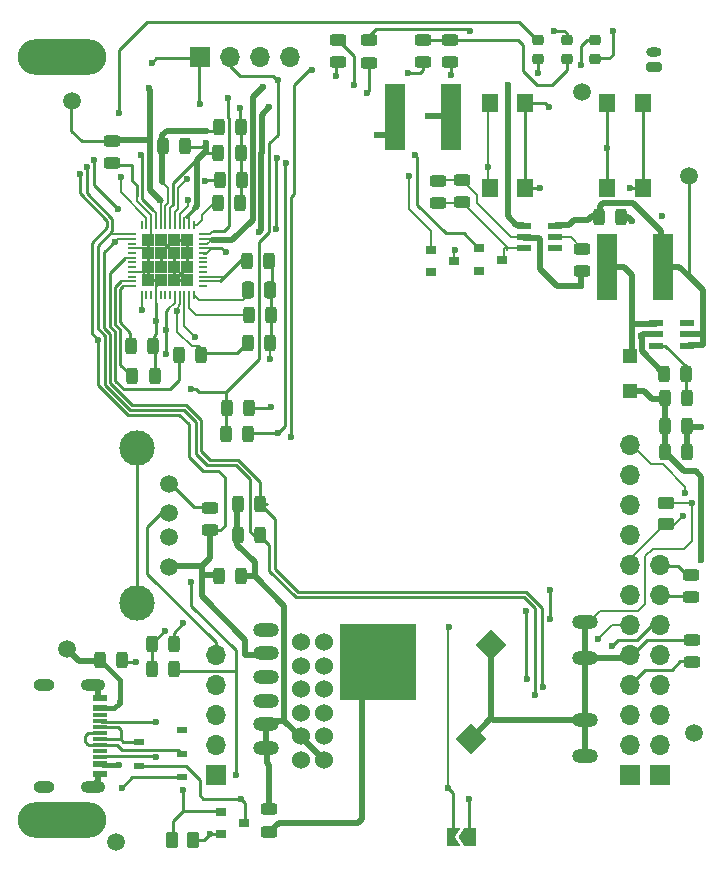
<source format=gbr>
G04 #@! TF.GenerationSoftware,KiCad,Pcbnew,(5.99.0-10509-g065f85b504)*
G04 #@! TF.CreationDate,2021-07-11T16:30:22-06:00*
G04 #@! TF.ProjectId,HAT_ver_7,4841545f-7665-4725-9f37-2e6b69636164,7.0.6*
G04 #@! TF.SameCoordinates,Original*
G04 #@! TF.FileFunction,Copper,L1,Top*
G04 #@! TF.FilePolarity,Positive*
%FSLAX46Y46*%
G04 Gerber Fmt 4.6, Leading zero omitted, Abs format (unit mm)*
G04 Created by KiCad (PCBNEW (5.99.0-10509-g065f85b504)) date 2021-07-11 16:30:22*
%MOMM*%
%LPD*%
G01*
G04 APERTURE LIST*
G04 Aperture macros list*
%AMRoundRect*
0 Rectangle with rounded corners*
0 $1 Rounding radius*
0 $2 $3 $4 $5 $6 $7 $8 $9 X,Y pos of 4 corners*
0 Add a 4 corners polygon primitive as box body*
4,1,4,$2,$3,$4,$5,$6,$7,$8,$9,$2,$3,0*
0 Add four circle primitives for the rounded corners*
1,1,$1+$1,$2,$3*
1,1,$1+$1,$4,$5*
1,1,$1+$1,$6,$7*
1,1,$1+$1,$8,$9*
0 Add four rect primitives between the rounded corners*
20,1,$1+$1,$2,$3,$4,$5,0*
20,1,$1+$1,$4,$5,$6,$7,0*
20,1,$1+$1,$6,$7,$8,$9,0*
20,1,$1+$1,$8,$9,$2,$3,0*%
%AMRotRect*
0 Rectangle, with rotation*
0 The origin of the aperture is its center*
0 $1 length*
0 $2 width*
0 $3 Rotation angle, in degrees counterclockwise*
0 Add horizontal line*
21,1,$1,$2,0,0,$3*%
%AMFreePoly0*
4,1,6,1.000000,0.000000,0.500000,-0.750000,-0.500000,-0.750000,-0.500000,0.750000,0.500000,0.750000,1.000000,0.000000,1.000000,0.000000,$1*%
%AMFreePoly1*
4,1,6,0.500000,-0.750000,-0.650000,-0.750000,-0.150000,0.000000,-0.650000,0.750000,0.500000,0.750000,0.500000,-0.750000,0.500000,-0.750000,$1*%
G04 Aperture macros list end*
G04 #@! TA.AperFunction,SMDPad,CuDef*
%ADD10R,1.400000X1.600000*%
G04 #@! TD*
G04 #@! TA.AperFunction,SMDPad,CuDef*
%ADD11R,1.200000X0.600000*%
G04 #@! TD*
G04 #@! TA.AperFunction,SMDPad,CuDef*
%ADD12RoundRect,0.243750X-0.456250X0.243750X-0.456250X-0.243750X0.456250X-0.243750X0.456250X0.243750X0*%
G04 #@! TD*
G04 #@! TA.AperFunction,SMDPad,CuDef*
%ADD13R,1.800000X5.700000*%
G04 #@! TD*
G04 #@! TA.AperFunction,SMDPad,CuDef*
%ADD14R,1.220000X1.250000*%
G04 #@! TD*
G04 #@! TA.AperFunction,SMDPad,CuDef*
%ADD15R,0.800000X0.200000*%
G04 #@! TD*
G04 #@! TA.AperFunction,SMDPad,CuDef*
%ADD16R,0.200000X0.800000*%
G04 #@! TD*
G04 #@! TA.AperFunction,SMDPad,CuDef*
%ADD17R,1.112500X1.112500*%
G04 #@! TD*
G04 #@! TA.AperFunction,ComponentPad*
%ADD18C,1.501140*%
G04 #@! TD*
G04 #@! TA.AperFunction,ComponentPad*
%ADD19C,2.999740*%
G04 #@! TD*
G04 #@! TA.AperFunction,ComponentPad*
%ADD20R,1.700000X1.700000*%
G04 #@! TD*
G04 #@! TA.AperFunction,ComponentPad*
%ADD21O,1.700000X1.700000*%
G04 #@! TD*
G04 #@! TA.AperFunction,ComponentPad*
%ADD22RoundRect,0.200000X-0.450000X0.200000X-0.450000X-0.200000X0.450000X-0.200000X0.450000X0.200000X0*%
G04 #@! TD*
G04 #@! TA.AperFunction,ComponentPad*
%ADD23O,1.300000X0.800000*%
G04 #@! TD*
G04 #@! TA.AperFunction,SMDPad,CuDef*
%ADD24RoundRect,0.243750X0.243750X0.456250X-0.243750X0.456250X-0.243750X-0.456250X0.243750X-0.456250X0*%
G04 #@! TD*
G04 #@! TA.AperFunction,SMDPad,CuDef*
%ADD25RoundRect,0.243750X0.456250X-0.243750X0.456250X0.243750X-0.456250X0.243750X-0.456250X-0.243750X0*%
G04 #@! TD*
G04 #@! TA.AperFunction,SMDPad,CuDef*
%ADD26R,0.900000X0.800000*%
G04 #@! TD*
G04 #@! TA.AperFunction,ComponentPad*
%ADD27C,1.500000*%
G04 #@! TD*
G04 #@! TA.AperFunction,SMDPad,CuDef*
%ADD28RoundRect,0.243750X-0.243750X-0.456250X0.243750X-0.456250X0.243750X0.456250X-0.243750X0.456250X0*%
G04 #@! TD*
G04 #@! TA.AperFunction,SMDPad,CuDef*
%ADD29RoundRect,0.218750X-0.256250X0.218750X-0.256250X-0.218750X0.256250X-0.218750X0.256250X0.218750X0*%
G04 #@! TD*
G04 #@! TA.AperFunction,ComponentPad*
%ADD30O,2.200000X1.200000*%
G04 #@! TD*
G04 #@! TA.AperFunction,ComponentPad*
%ADD31R,6.400000X6.400000*%
G04 #@! TD*
G04 #@! TA.AperFunction,ComponentPad*
%ADD32RotRect,1.800000X1.800000X315.000000*%
G04 #@! TD*
G04 #@! TA.AperFunction,SMDPad,CuDef*
%ADD33RoundRect,0.250000X-0.262500X-0.450000X0.262500X-0.450000X0.262500X0.450000X-0.262500X0.450000X0*%
G04 #@! TD*
G04 #@! TA.AperFunction,ComponentPad*
%ADD34O,7.500000X3.000000*%
G04 #@! TD*
G04 #@! TA.AperFunction,ComponentPad*
%ADD35C,1.524000*%
G04 #@! TD*
G04 #@! TA.AperFunction,SMDPad,CuDef*
%ADD36RoundRect,0.250000X0.250000X0.475000X-0.250000X0.475000X-0.250000X-0.475000X0.250000X-0.475000X0*%
G04 #@! TD*
G04 #@! TA.AperFunction,SMDPad,CuDef*
%ADD37FreePoly0,180.000000*%
G04 #@! TD*
G04 #@! TA.AperFunction,SMDPad,CuDef*
%ADD38FreePoly1,180.000000*%
G04 #@! TD*
G04 #@! TA.AperFunction,SMDPad,CuDef*
%ADD39R,0.950000X0.600000*%
G04 #@! TD*
G04 #@! TA.AperFunction,ComponentPad*
%ADD40O,2.100000X1.000000*%
G04 #@! TD*
G04 #@! TA.AperFunction,ComponentPad*
%ADD41O,1.800000X1.000000*%
G04 #@! TD*
G04 #@! TA.AperFunction,SMDPad,CuDef*
%ADD42R,1.150000X0.600000*%
G04 #@! TD*
G04 #@! TA.AperFunction,SMDPad,CuDef*
%ADD43R,1.150000X0.300000*%
G04 #@! TD*
G04 #@! TA.AperFunction,SMDPad,CuDef*
%ADD44RoundRect,0.250000X0.450000X-0.262500X0.450000X0.262500X-0.450000X0.262500X-0.450000X-0.262500X0*%
G04 #@! TD*
G04 #@! TA.AperFunction,ViaPad*
%ADD45C,0.600000*%
G04 #@! TD*
G04 #@! TA.AperFunction,Conductor*
%ADD46C,0.250000*%
G04 #@! TD*
G04 #@! TA.AperFunction,Conductor*
%ADD47C,0.200000*%
G04 #@! TD*
G04 #@! TA.AperFunction,Conductor*
%ADD48C,0.500000*%
G04 #@! TD*
G04 #@! TA.AperFunction,Conductor*
%ADD49C,0.254000*%
G04 #@! TD*
G04 #@! TA.AperFunction,Conductor*
%ADD50C,0.508000*%
G04 #@! TD*
G04 #@! TA.AperFunction,Conductor*
%ADD51C,0.400000*%
G04 #@! TD*
G04 APERTURE END LIST*
D10*
X167936800Y-77700000D03*
X167936800Y-70500000D03*
X170936800Y-70500000D03*
X170936800Y-77700000D03*
D11*
X182040000Y-89160000D03*
X182040000Y-90110000D03*
X182040000Y-91060000D03*
X184640000Y-91060000D03*
X184640000Y-90110000D03*
X184640000Y-89160000D03*
D12*
X175700000Y-82872500D03*
X175700000Y-84747500D03*
D11*
X170870000Y-80900000D03*
X170870000Y-81850000D03*
X170870000Y-82800000D03*
X173470000Y-82800000D03*
X173470000Y-81850000D03*
X173470000Y-80900000D03*
D13*
X164630000Y-71670000D03*
X159930000Y-71670000D03*
D14*
X179790000Y-94920000D03*
X179790000Y-91920000D03*
D15*
X137665200Y-81620000D03*
X137665200Y-82020000D03*
X137665200Y-82420000D03*
X137665200Y-82820000D03*
X137665200Y-83220000D03*
X137665200Y-83620000D03*
X137665200Y-84020000D03*
X137665200Y-84420000D03*
X137665200Y-84820000D03*
X137665200Y-85220000D03*
X137665200Y-85620000D03*
X137665200Y-86020000D03*
D16*
X138465200Y-86820000D03*
X138865200Y-86820000D03*
X139265200Y-86820000D03*
X139665200Y-86820000D03*
X140065200Y-86820000D03*
X140465200Y-86820000D03*
X140865200Y-86820000D03*
X141265200Y-86820000D03*
X141665200Y-86820000D03*
X142065200Y-86820000D03*
X142465200Y-86820000D03*
X142865200Y-86820000D03*
D15*
X143665200Y-86020000D03*
X143665200Y-85620000D03*
X143665200Y-85220000D03*
X143665200Y-84820000D03*
X143665200Y-84420000D03*
X143665200Y-84020000D03*
X143665200Y-83620000D03*
X143665200Y-83220000D03*
X143665200Y-82820000D03*
X143665200Y-82420000D03*
X143665200Y-82020000D03*
X143665200Y-81620000D03*
D16*
X142865200Y-80820000D03*
X142465200Y-80820000D03*
X142065200Y-80820000D03*
X141665200Y-80820000D03*
X141265200Y-80820000D03*
X140865200Y-80820000D03*
X140465200Y-80820000D03*
X140065200Y-80820000D03*
X139665200Y-80820000D03*
X139265200Y-80820000D03*
X138865200Y-80820000D03*
X138465200Y-80820000D03*
D17*
X142333950Y-82151250D03*
X140108950Y-85488750D03*
X141221450Y-83263750D03*
X142333950Y-83263750D03*
X141221450Y-82151250D03*
X142333950Y-84376250D03*
X141221450Y-84376250D03*
X141221450Y-85488750D03*
X138996450Y-85488750D03*
X140108950Y-84376250D03*
X138996450Y-83263750D03*
X138996450Y-82151250D03*
X140108950Y-83263750D03*
X142333950Y-85488750D03*
X140108950Y-82151250D03*
X138996450Y-84376250D03*
D18*
X140790080Y-102767540D03*
X140790080Y-105267540D03*
X140790080Y-107267540D03*
X140790080Y-109767540D03*
D19*
X138080080Y-99697540D03*
X138080080Y-112837540D03*
D20*
X182321200Y-127422000D03*
D21*
X182321200Y-124882000D03*
X182321200Y-122342000D03*
X182321200Y-119802000D03*
X182321200Y-117262000D03*
X182321200Y-114722000D03*
X182321200Y-112182000D03*
X182321200Y-109642000D03*
D22*
X181810000Y-67490000D03*
D23*
X181810000Y-66240000D03*
D24*
X141217500Y-118460000D03*
X139342500Y-118460000D03*
D25*
X165570000Y-78927500D03*
X165570000Y-77052500D03*
X163510000Y-78977500D03*
X163510000Y-77102500D03*
D26*
X167000000Y-84740000D03*
X169000000Y-83790000D03*
X167000000Y-82840000D03*
D27*
X132105400Y-116713000D03*
X175770000Y-69620000D03*
X136321800Y-133121400D03*
X132590000Y-70380000D03*
X185210000Y-123880000D03*
D25*
X185090000Y-117877500D03*
X185090000Y-116002500D03*
D28*
X144962500Y-74730000D03*
X146837500Y-74730000D03*
X144972500Y-72550000D03*
X146847500Y-72550000D03*
D12*
X135980000Y-73745000D03*
X135980000Y-75620000D03*
D28*
X177142500Y-80160000D03*
X179017500Y-80160000D03*
D24*
X149308300Y-90830400D03*
X147433300Y-90830400D03*
X149222700Y-83870800D03*
X147347700Y-83870800D03*
D28*
X182792500Y-100080000D03*
X184667500Y-100080000D03*
X182792500Y-97890000D03*
X184667500Y-97890000D03*
D24*
X146907500Y-110580000D03*
X145032500Y-110580000D03*
X139443700Y-91084400D03*
X137568700Y-91084400D03*
X139554700Y-93624400D03*
X137679700Y-93624400D03*
X146927500Y-77010000D03*
X145052500Y-77010000D03*
D12*
X149250400Y-130329700D03*
X149250400Y-132204700D03*
D25*
X144221200Y-106652300D03*
X144221200Y-104777300D03*
D24*
X142110700Y-74168000D03*
X140235700Y-74168000D03*
D25*
X157734000Y-67104500D03*
X157734000Y-65229500D03*
D28*
X144915000Y-78980000D03*
X146790000Y-78980000D03*
X141642500Y-91860000D03*
X143517500Y-91860000D03*
D12*
X164592000Y-65204100D03*
X164592000Y-67079100D03*
D25*
X162306000Y-67079100D03*
X162306000Y-65204100D03*
D24*
X147520900Y-96316800D03*
X145645900Y-96316800D03*
X147495500Y-98577400D03*
X145620500Y-98577400D03*
X148460700Y-107086400D03*
X146585700Y-107086400D03*
X148460700Y-104495600D03*
X146585700Y-104495600D03*
X149410700Y-88442800D03*
X147535700Y-88442800D03*
D25*
X155067000Y-67079100D03*
X155067000Y-65204100D03*
D28*
X182742500Y-95510000D03*
X184617500Y-95510000D03*
D24*
X184567500Y-93460000D03*
X182692500Y-93460000D03*
D25*
X184950000Y-112337500D03*
X184950000Y-110462500D03*
D10*
X177898800Y-70500000D03*
X177898800Y-77700000D03*
X180898800Y-77700000D03*
X180898800Y-70500000D03*
D28*
X139342500Y-116290000D03*
X141217500Y-116290000D03*
D20*
X143408400Y-66624400D03*
D21*
X145948400Y-66624400D03*
X148488400Y-66624400D03*
X151028400Y-66624400D03*
D29*
X176883600Y-65201700D03*
X176883600Y-66776700D03*
X174445200Y-65201700D03*
X174445200Y-66776700D03*
X172006800Y-65201700D03*
X172006800Y-66776700D03*
D28*
X134904000Y-117652800D03*
X136779000Y-117652800D03*
D13*
X182581800Y-84377400D03*
X177881800Y-84377400D03*
D27*
X184770000Y-76680000D03*
D30*
X149010000Y-125130000D03*
X149010000Y-123130000D03*
X149010000Y-121130000D03*
X149010000Y-119130000D03*
X149010000Y-117130000D03*
X149010000Y-115130000D03*
X176010000Y-114480000D03*
X176010000Y-117480000D03*
X176010000Y-122780000D03*
X176010000Y-125780000D03*
D31*
X158510000Y-117830000D03*
D32*
X168060000Y-116430000D03*
X166310000Y-124330000D03*
D33*
X140997300Y-132892800D03*
X142822300Y-132892800D03*
D34*
X131673600Y-131267200D03*
D35*
X153939600Y-116158000D03*
X153939600Y-118158000D03*
X153939600Y-120158000D03*
X153939600Y-122158000D03*
X153939600Y-124158000D03*
X153939600Y-126158000D03*
X151939600Y-116158000D03*
X151939600Y-118158000D03*
X151939600Y-120158000D03*
X151939600Y-122158000D03*
X151939600Y-124158000D03*
X151939600Y-126158000D03*
D20*
X144729200Y-127422000D03*
D21*
X144729200Y-124882000D03*
X144729200Y-122342000D03*
X144729200Y-119802000D03*
X144729200Y-117262000D03*
D36*
X149340000Y-86350000D03*
X147440000Y-86350000D03*
D20*
X179781200Y-127422000D03*
D21*
X179781200Y-124882000D03*
X179781200Y-122342000D03*
X179781200Y-119802000D03*
X179781200Y-117262000D03*
X179781200Y-114722000D03*
X179781200Y-112182000D03*
X179781200Y-109642000D03*
X179781200Y-107102000D03*
X179781200Y-104562000D03*
X179781200Y-102022000D03*
X179781200Y-99482000D03*
D26*
X162940000Y-84870000D03*
X164940000Y-83920000D03*
X162940000Y-82970000D03*
D37*
X166256800Y-132638800D03*
D38*
X164806800Y-132638800D03*
D39*
X141855600Y-127628400D03*
X138255600Y-126628400D03*
X141855600Y-125628400D03*
X138255600Y-124628400D03*
X141855600Y-123628400D03*
D34*
X131673600Y-66598800D03*
D40*
X134362500Y-119800000D03*
D41*
X130182500Y-119800000D03*
D40*
X134362500Y-128440000D03*
D41*
X130182500Y-128440000D03*
D42*
X134937500Y-120920000D03*
X134937500Y-121720000D03*
D43*
X134937500Y-122870000D03*
X134937500Y-123870000D03*
X134937500Y-124370000D03*
X134937500Y-125370000D03*
D42*
X134937500Y-127320000D03*
X134937500Y-126520000D03*
D43*
X134937500Y-125870000D03*
X134937500Y-124870000D03*
X134937500Y-123370000D03*
X134937500Y-122370000D03*
D26*
X145151600Y-130545800D03*
X145151600Y-132445800D03*
X147151600Y-131495800D03*
D44*
X182830000Y-106182500D03*
X182830000Y-104357500D03*
D45*
X158350000Y-73230000D03*
X138420000Y-74940000D03*
X149428200Y-96291400D03*
X161080000Y-76730000D03*
X171037553Y-113504500D03*
X171100000Y-119300000D03*
X184498000Y-103580000D03*
X171974693Y-67987093D03*
X156413200Y-68961000D03*
X162700000Y-71650000D03*
X143916400Y-72898000D03*
X171780000Y-120630000D03*
X133814500Y-75955260D03*
X172414500Y-119934500D03*
X136169400Y-82276199D03*
X136474200Y-79527400D03*
X134419000Y-75352595D03*
X138480800Y-88087200D03*
X144811990Y-82148200D03*
X140004800Y-78740000D03*
X148770000Y-69150000D03*
X139050000Y-69286100D03*
X169450000Y-69010000D03*
X157520000Y-69694020D03*
X141469720Y-88117000D03*
X142341602Y-78740000D03*
X149970000Y-68545500D03*
X185820000Y-109240000D03*
X154910000Y-68230000D03*
X161010600Y-67995800D03*
X142671800Y-111048200D03*
X146470000Y-127430000D03*
X142671800Y-94742000D03*
X136610000Y-121290000D03*
X145592810Y-83159600D03*
X136580000Y-126560000D03*
X179790000Y-77720000D03*
X133200000Y-76570000D03*
X143000000Y-90340000D03*
X143420000Y-70590000D03*
X172974000Y-70840600D03*
X172220000Y-77690000D03*
X185067500Y-104357500D03*
X134772400Y-90551000D03*
X149330000Y-92180000D03*
X139293600Y-67106800D03*
X142330715Y-76960715D03*
X143849500Y-77160000D03*
X136680000Y-76770000D03*
X165030000Y-82950000D03*
X167820000Y-75920000D03*
X177898800Y-74361200D03*
X150670000Y-75590000D03*
X150037800Y-98475800D03*
X173020000Y-114190000D03*
X173020000Y-111795500D03*
X142000000Y-114580000D03*
X140050500Y-85547200D03*
X142189200Y-82151250D03*
X142240000Y-85488750D03*
X140108950Y-82151250D03*
X180713900Y-90260000D03*
X146820000Y-70910000D03*
X140108950Y-84277200D03*
X141221450Y-83263750D03*
X137970053Y-117869947D03*
X182510000Y-80120000D03*
X138996450Y-83263750D03*
X144211000Y-132445800D03*
X175666400Y-86055200D03*
X140108950Y-83263750D03*
X138996450Y-84376250D03*
X139665200Y-89001600D03*
X141122400Y-82151250D03*
X136790000Y-128490000D03*
X148380000Y-81440000D03*
X185850000Y-97930000D03*
X149240000Y-70894500D03*
X138996450Y-82151250D03*
X141221450Y-85488750D03*
X141221450Y-84376250D03*
X148619500Y-74710000D03*
X142333950Y-83261200D03*
X136520000Y-71410000D03*
X142333950Y-84277200D03*
X179960000Y-80490000D03*
X138996450Y-85488750D03*
X143880000Y-73940000D03*
X140560000Y-89731100D03*
X140560000Y-91770000D03*
X149874500Y-81220000D03*
X149960000Y-75190000D03*
X140400000Y-115200000D03*
X161560000Y-74940980D03*
X145750000Y-70140000D03*
X175641000Y-67284600D03*
X166268400Y-64465200D03*
X178333400Y-64414400D03*
X152900000Y-67730000D03*
X173355000Y-64389000D03*
X151090000Y-98760000D03*
X178319989Y-116500000D03*
X164642800Y-68148200D03*
X184290000Y-105470000D03*
X139674600Y-125907800D03*
X164450000Y-114870000D03*
X139700000Y-122910600D03*
X164410000Y-128560000D03*
X177060000Y-115920000D03*
X141960000Y-128670000D03*
X166141400Y-129413000D03*
X146888200Y-129438400D03*
D46*
X138458500Y-78666900D02*
X139406002Y-79614402D01*
D47*
X139665200Y-80820000D02*
X139665200Y-79873600D01*
D48*
X158390000Y-73270000D02*
X159380000Y-73270000D01*
D46*
X138458500Y-74978500D02*
X138458500Y-78666900D01*
D48*
X158350000Y-73230000D02*
X158390000Y-73270000D01*
D46*
X138420000Y-74940000D02*
X138458500Y-74978500D01*
D47*
X139665200Y-79873600D02*
X139406002Y-79614402D01*
X161080000Y-79460000D02*
X162940000Y-81320000D01*
X162940000Y-82970000D02*
X162940000Y-81320000D01*
X161080000Y-79460000D02*
X161080000Y-76730000D01*
D46*
X171037553Y-119237553D02*
X171037553Y-113504500D01*
X171100000Y-119300000D02*
X171037553Y-119237553D01*
X149402800Y-96316800D02*
X149428200Y-96291400D01*
X147533400Y-96316800D02*
X149402800Y-96316800D01*
D47*
X184498000Y-103028000D02*
X182580000Y-101110000D01*
X182580000Y-101110000D02*
X181620000Y-101110000D01*
X184498000Y-103580000D02*
X184498000Y-103028000D01*
X181620000Y-101110000D02*
X179960000Y-99450000D01*
D46*
X156413200Y-66537800D02*
X156413200Y-68961000D01*
X155067000Y-65191600D02*
X156413200Y-66537800D01*
X171974693Y-66770607D02*
X171974693Y-67987093D01*
D47*
X140690723Y-77680723D02*
X140200000Y-77190000D01*
D48*
X140200000Y-77190000D02*
X140200000Y-73261600D01*
X140563600Y-72898000D02*
X143916400Y-72898000D01*
D47*
X140690723Y-78979799D02*
X140690723Y-77680723D01*
X140465200Y-80820000D02*
X140465200Y-79205322D01*
D48*
X140200000Y-73261600D02*
X140563600Y-72898000D01*
D46*
X145278600Y-72898000D02*
X143916400Y-72898000D01*
D47*
X140465200Y-79205322D02*
X140690723Y-78979799D01*
D48*
X162700000Y-71650000D02*
X164610000Y-71650000D01*
D46*
X145113600Y-85620000D02*
X147320000Y-83413600D01*
D47*
X144040400Y-85220000D02*
X144062800Y-85242400D01*
X143665200Y-85220000D02*
X144040400Y-85220000D01*
X144062800Y-85242400D02*
X145491200Y-85242400D01*
X145113600Y-85620000D02*
X143665200Y-85620000D01*
X143285200Y-87240000D02*
X142865200Y-86820000D01*
X147020000Y-87240000D02*
X143285200Y-87240000D01*
X147421600Y-86838400D02*
X147020000Y-87240000D01*
D48*
X179984400Y-85080000D02*
X179984400Y-89224400D01*
X179984400Y-89224400D02*
X179984400Y-91955600D01*
X179984400Y-85080000D02*
X179281800Y-84377400D01*
X179984400Y-89224400D02*
X181974400Y-89224400D01*
X179281800Y-84377400D02*
X177881800Y-84377400D01*
X181974400Y-89224400D02*
X181980000Y-89230000D01*
D46*
X171780000Y-113310000D02*
X170840000Y-112370000D01*
X170840000Y-112370000D02*
X151512566Y-112370000D01*
X149278080Y-110135514D02*
X149278080Y-107978080D01*
X146405600Y-101168200D02*
X143967200Y-101168200D01*
X135377401Y-90260599D02*
X134721600Y-89604798D01*
X151512566Y-112370000D02*
X149278080Y-110135514D01*
X135971023Y-81372452D02*
X135971023Y-80303611D01*
X142062200Y-96520000D02*
X137488725Y-96519999D01*
D47*
X137665200Y-81620000D02*
X135723475Y-81620000D01*
D46*
X134721600Y-82621875D02*
X135971023Y-81372452D01*
X134721600Y-89604798D02*
X134721600Y-82621875D01*
X149278080Y-107978080D02*
X148420000Y-107120000D01*
X137488725Y-96519999D02*
X135377401Y-94408675D01*
X135377401Y-94408675D02*
X135377401Y-90260599D01*
X171780000Y-120630000D02*
X171780000Y-113310000D01*
X133814500Y-78147088D02*
X133814500Y-75955260D01*
X135971023Y-80303611D02*
X133814500Y-78147088D01*
X147624800Y-106804800D02*
X147940000Y-107120000D01*
X147624800Y-102387400D02*
X147624800Y-106804800D01*
X147940000Y-107120000D02*
X148500000Y-107120000D01*
X143967200Y-101168200D02*
X143078200Y-100279200D01*
X143078200Y-97536000D02*
X142062200Y-96520000D01*
X143078200Y-100279200D02*
X143078200Y-97536000D01*
X147624800Y-102387400D02*
X146405600Y-101168200D01*
X143508211Y-100023411D02*
X143508211Y-97357884D01*
D47*
X137665200Y-82020000D02*
X136425599Y-82020000D01*
D46*
X137665052Y-96088200D02*
X135807412Y-94230560D01*
X143508211Y-97357884D02*
X142238527Y-96088200D01*
X134419000Y-76245437D02*
X134400000Y-76264437D01*
X135290800Y-89565871D02*
X135290800Y-83154799D01*
X148473200Y-104495600D02*
X149047200Y-104495600D01*
X148473200Y-104495600D02*
X148473200Y-102627675D01*
X134419000Y-75352595D02*
X134419000Y-76245437D01*
X149707600Y-105730000D02*
X148473200Y-104495600D01*
X135290800Y-83154799D02*
X136169400Y-82276199D01*
X142238527Y-96088200D02*
X137665052Y-96088200D01*
X172380000Y-113302566D02*
X171017914Y-111940480D01*
X144221200Y-100736400D02*
X143508211Y-100023411D01*
X146581925Y-100736400D02*
X144221200Y-100736400D01*
D47*
X136425599Y-82020000D02*
X135890798Y-82554801D01*
D46*
X135807412Y-90082483D02*
X135290800Y-89565871D01*
X135807412Y-94230560D02*
X135807412Y-90082483D01*
X134400000Y-76264437D02*
X134400000Y-77453200D01*
X134400000Y-77453200D02*
X136474200Y-79527400D01*
X149707600Y-109957600D02*
X149707600Y-105730000D01*
X171017914Y-111940480D02*
X151690480Y-111940480D01*
X172380000Y-119900000D02*
X172380000Y-113302566D01*
X151690480Y-111940480D02*
X149707600Y-109957600D01*
X172414500Y-119934500D02*
X172380000Y-119900000D01*
X148473200Y-102627675D02*
X146581925Y-100736400D01*
D47*
X143165200Y-80820000D02*
X142865200Y-80820000D01*
X143572998Y-79987002D02*
X144760000Y-78800000D01*
X143572998Y-80412202D02*
X143572998Y-79987002D01*
X143572998Y-80412202D02*
X143165200Y-80820000D01*
X137065200Y-83620000D02*
X137665200Y-83620000D01*
D46*
X136930556Y-94745578D02*
X136237423Y-94052445D01*
X141660800Y-93949600D02*
X141660800Y-91719200D01*
X136237423Y-89904367D02*
X135737600Y-89404545D01*
X140864822Y-94745578D02*
X136930556Y-94745578D01*
X136237423Y-94052445D02*
X136237423Y-89904367D01*
X135737600Y-89404545D02*
X135737600Y-84947600D01*
X141660800Y-93949600D02*
X140864822Y-94745578D01*
X135737600Y-84947600D02*
X137065200Y-83620000D01*
D47*
X143052800Y-88442800D02*
X142465200Y-87855200D01*
X147523200Y-88442800D02*
X143052800Y-88442800D01*
X142465200Y-87855200D02*
X142465200Y-86820000D01*
D49*
X184567500Y-93460000D02*
X184567500Y-95517500D01*
X182040000Y-91060000D02*
X182780000Y-91060000D01*
X182780000Y-91060000D02*
X184610000Y-92890000D01*
D48*
X146141800Y-82148200D02*
X147890000Y-80400000D01*
D47*
X143406800Y-91136800D02*
X142696800Y-91136800D01*
D46*
X143560800Y-91700000D02*
X146501200Y-91700000D01*
D47*
X144406536Y-82148200D02*
X144278336Y-82020000D01*
D50*
X169450000Y-80130000D02*
X170170000Y-80850000D01*
D46*
X138465200Y-88071600D02*
X138480800Y-88087200D01*
D48*
X144811990Y-82148200D02*
X144387726Y-82148200D01*
D47*
X144387726Y-82148200D02*
X143965200Y-82420000D01*
X144265200Y-82120000D02*
X144387726Y-82148200D01*
X141665200Y-79945611D02*
X142341602Y-79269209D01*
D46*
X157683200Y-69530820D02*
X157520000Y-69694020D01*
D50*
X139192000Y-77927200D02*
X140004800Y-78740000D01*
D47*
X138465200Y-86820000D02*
X138465200Y-88071600D01*
D48*
X144811990Y-82148200D02*
X146141800Y-82148200D01*
D47*
X141469720Y-88117000D02*
X141665200Y-87420000D01*
D46*
X144406536Y-82148200D02*
X144406536Y-82161464D01*
D49*
X132500000Y-72860000D02*
X133420000Y-73780000D01*
X132500000Y-72860000D02*
X132500000Y-70420000D01*
D48*
X147890000Y-80400000D02*
X147890000Y-70030000D01*
D47*
X141665200Y-87420000D02*
X141665200Y-86820000D01*
D49*
X133420000Y-73780000D02*
X136350000Y-73780000D01*
D47*
X140065200Y-80820000D02*
X140065200Y-80220000D01*
D48*
X147890000Y-70030000D02*
X148770000Y-69150000D01*
D50*
X169450000Y-69010000D02*
X169450000Y-80130000D01*
D46*
X146501200Y-91700000D02*
X147218400Y-90982800D01*
D50*
X139192000Y-69428100D02*
X139192000Y-73964800D01*
X139192000Y-73625202D02*
X136374810Y-73625202D01*
X139192000Y-73964800D02*
X139192000Y-77927200D01*
D46*
X140065200Y-78850810D02*
X140157203Y-78758807D01*
X144406536Y-82148200D02*
X144811990Y-82148200D01*
D47*
X142696800Y-91136800D02*
X141469720Y-89909720D01*
D50*
X170170000Y-80850000D02*
X170730000Y-80850000D01*
D49*
X132500000Y-70420000D02*
X132490000Y-70410000D01*
D47*
X142341602Y-79269209D02*
X142341602Y-78740000D01*
D46*
X144406536Y-82161464D02*
X144365072Y-82120000D01*
X144365072Y-82120000D02*
X144265200Y-82120000D01*
D47*
X140070211Y-80214989D02*
X140070211Y-78855821D01*
X141665200Y-80820000D02*
X141665200Y-79945611D01*
D46*
X139192000Y-73964800D02*
X139192000Y-73625200D01*
X139050000Y-69286100D02*
X139192000Y-69428100D01*
D47*
X144278336Y-82020000D02*
X143665200Y-82020000D01*
X140065200Y-80220000D02*
X140070211Y-80214989D01*
D46*
X157683200Y-67167800D02*
X157683200Y-69530820D01*
D47*
X140070211Y-78855821D02*
X140065200Y-78850810D01*
X141469720Y-89909720D02*
X141469720Y-88117000D01*
D46*
X145608598Y-94996000D02*
X148400000Y-92204598D01*
X141400000Y-118610000D02*
X146430000Y-118610000D01*
D48*
X185830000Y-109230000D02*
X185830000Y-102150000D01*
D46*
X149270000Y-73924677D02*
X149970000Y-73224677D01*
X146460000Y-118580000D02*
X146460000Y-127420000D01*
X145920000Y-67370000D02*
X145920000Y-66700000D01*
X140768920Y-102616860D02*
X142866860Y-104714800D01*
X145608598Y-94996000D02*
X143350064Y-94996000D01*
X145633400Y-96316800D02*
X145633400Y-98552000D01*
X149970000Y-73224677D02*
X149970000Y-68680000D01*
X154910000Y-68230000D02*
X154910000Y-67270000D01*
X146800000Y-68250000D02*
X145920000Y-67370000D01*
X142671800Y-113071800D02*
X146460000Y-116860000D01*
X145633400Y-96316800D02*
X145633400Y-95020802D01*
X146460000Y-127420000D02*
X146470000Y-127430000D01*
X145633400Y-95020802D02*
X145608598Y-94996000D01*
X146430000Y-118610000D02*
X146460000Y-118580000D01*
X146460000Y-116860000D02*
X146460000Y-118580000D01*
D48*
X185370000Y-101690000D02*
X184402500Y-101690000D01*
X179790000Y-94920000D02*
X180950000Y-94920000D01*
D46*
X162306000Y-67691600D02*
X162306000Y-67091600D01*
X142671800Y-111048200D02*
X142671800Y-113071800D01*
X142866860Y-104714800D02*
X144221200Y-104714800D01*
D48*
X182742500Y-95510000D02*
X182742500Y-98022500D01*
X185830000Y-102150000D02*
X185370000Y-101690000D01*
X181630000Y-95600000D02*
X182760000Y-95600000D01*
X182792500Y-97890000D02*
X182792500Y-99962500D01*
X180950000Y-94920000D02*
X181630000Y-95600000D01*
D46*
X161010600Y-67995800D02*
X162001800Y-67995800D01*
X149970000Y-68680000D02*
X149540000Y-68250000D01*
X149270000Y-81444677D02*
X149270000Y-73924677D01*
X148400000Y-82314677D02*
X149270000Y-81444677D01*
X143096064Y-94742000D02*
X142671800Y-94742000D01*
X148400000Y-92204598D02*
X148400000Y-82314677D01*
X149540000Y-68250000D02*
X146800000Y-68250000D01*
X162001800Y-67995800D02*
X162306000Y-67691600D01*
D48*
X184402500Y-101690000D02*
X182792500Y-100080000D01*
X185820000Y-109240000D02*
X185830000Y-109230000D01*
D46*
X143350064Y-94996000D02*
X143096064Y-94742000D01*
X149970000Y-68680000D02*
X149970000Y-68545500D01*
D51*
X134904000Y-117652800D02*
X136610000Y-119358800D01*
X135240000Y-126560000D02*
X135210000Y-126530000D01*
D47*
X144020803Y-83214999D02*
X143919203Y-83214999D01*
D46*
X145237210Y-82804000D02*
X145292811Y-82859601D01*
D48*
X133142400Y-117750000D02*
X134800000Y-117750000D01*
X132105400Y-116713000D02*
X133142400Y-117750000D01*
D51*
X136610000Y-119358800D02*
X136610000Y-121290000D01*
D47*
X144431802Y-82804000D02*
X144020803Y-83214999D01*
D46*
X144330202Y-82804000D02*
X144309201Y-82825001D01*
D51*
X136610000Y-121290000D02*
X136150000Y-121750000D01*
X136580000Y-126560000D02*
X135240000Y-126560000D01*
D46*
X145292811Y-82859601D02*
X145592810Y-83159600D01*
D47*
X144309201Y-82825001D02*
X143665200Y-82825001D01*
D51*
X136150000Y-121750000D02*
X135090000Y-121750000D01*
D46*
X144431802Y-82804000D02*
X144330202Y-82804000D01*
X144431802Y-82804000D02*
X145237210Y-82804000D01*
X143919203Y-83214999D02*
X143670201Y-83214999D01*
D47*
X181100000Y-108910000D02*
X181100000Y-112900000D01*
D46*
X145491200Y-102209600D02*
X144932400Y-101650800D01*
D49*
X181217500Y-116002500D02*
X179810000Y-117410000D01*
D48*
X168060000Y-116430000D02*
X168060000Y-122620000D01*
D46*
X144932400Y-101650800D02*
X143611600Y-101650800D01*
X170936800Y-77700000D02*
X172210000Y-77700000D01*
D50*
X143560800Y-110510800D02*
X144990800Y-110510800D01*
X150063200Y-131495800D02*
X149275800Y-132283200D01*
D46*
X149423200Y-88442800D02*
X149423200Y-90778000D01*
X139700000Y-66700400D02*
X143408400Y-66700400D01*
D48*
X176010000Y-114480000D02*
X176010000Y-117470000D01*
D50*
X156794200Y-131495800D02*
X150063200Y-131495800D01*
D47*
X143000000Y-90340000D02*
X142065200Y-89405200D01*
D50*
X157107509Y-131182491D02*
X156794200Y-131495800D01*
X143560800Y-110510800D02*
X143560800Y-112260800D01*
D47*
X184371489Y-108258511D02*
X181751489Y-108258511D01*
D46*
X143420000Y-70590000D02*
X143306800Y-70476800D01*
X139293600Y-67106800D02*
X139700000Y-66700400D01*
X134243801Y-82359742D02*
X134243801Y-90022401D01*
X170936800Y-70500000D02*
X172633400Y-70500000D01*
D49*
X185090000Y-116002500D02*
X181217500Y-116002500D01*
D47*
X185050000Y-104375000D02*
X185050000Y-107580000D01*
D48*
X176010000Y-122780000D02*
X168220000Y-122780000D01*
D46*
X133200000Y-78140715D02*
X135541012Y-80481727D01*
D50*
X144221200Y-109067600D02*
X144221200Y-106714800D01*
D46*
X133200000Y-76570000D02*
X133200000Y-78140715D01*
X143306800Y-70476800D02*
X143306800Y-66802000D01*
X141654010Y-96950010D02*
X137310610Y-96950010D01*
D47*
X142065200Y-89405200D02*
X142065200Y-86820000D01*
D48*
X168220000Y-122780000D02*
X168060000Y-122620000D01*
D49*
X138080080Y-112837540D02*
X138080080Y-99790080D01*
D46*
X143611600Y-101650800D02*
X142443200Y-100482400D01*
D48*
X176010000Y-122780000D02*
X176010000Y-125760000D01*
D50*
X147250000Y-117230000D02*
X149160000Y-117230000D01*
D47*
X182830000Y-104357500D02*
X185067500Y-104357500D01*
D46*
X179790000Y-77720000D02*
X180830000Y-77720000D01*
X170936800Y-77700000D02*
X170936800Y-70633200D01*
X145491200Y-106319800D02*
X145491200Y-102209600D01*
X172633400Y-70500000D02*
X172974000Y-70840600D01*
D47*
X177290000Y-113500000D02*
X176210000Y-114580000D01*
D50*
X143560800Y-109728000D02*
X144221200Y-109067600D01*
D46*
X134772400Y-94411800D02*
X134772400Y-90551000D01*
D47*
X149330000Y-92180000D02*
X149330000Y-90910000D01*
D50*
X143560800Y-109728000D02*
X143560800Y-110510800D01*
D46*
X145096200Y-106714800D02*
X145491200Y-106319800D01*
X172210000Y-77700000D02*
X172220000Y-77690000D01*
D47*
X185050000Y-107580000D02*
X184371489Y-108258511D01*
D46*
X142443200Y-97739200D02*
X141654010Y-96950010D01*
D47*
X181751489Y-108258511D02*
X181100000Y-108910000D01*
D48*
X176010000Y-117480000D02*
X176010000Y-122670000D01*
D47*
X180500000Y-113500000D02*
X177290000Y-113500000D01*
D46*
X149488400Y-83413600D02*
X149488400Y-85886800D01*
D48*
X176010000Y-117480000D02*
X179540000Y-117480000D01*
D46*
X142443200Y-100482400D02*
X142443200Y-97739200D01*
X135541012Y-80481727D02*
X135541012Y-81062531D01*
D48*
X168060000Y-122620000D02*
X166260000Y-124420000D01*
D50*
X143560800Y-112260800D02*
X147250000Y-115950000D01*
D46*
X135541012Y-81062531D02*
X134243801Y-82359742D01*
D50*
X157107509Y-119532502D02*
X157107509Y-131182491D01*
D46*
X134243801Y-90022401D02*
X134772400Y-90551000D01*
D50*
X143560800Y-109728000D02*
X140769780Y-109728000D01*
D46*
X137310610Y-96950010D02*
X134772400Y-94411800D01*
D50*
X147250000Y-115950000D02*
X147250000Y-117230000D01*
D46*
X180920000Y-77630000D02*
X180920000Y-70610000D01*
D47*
X181100000Y-112900000D02*
X180500000Y-113500000D01*
D46*
X149421600Y-85953600D02*
X149421600Y-88441200D01*
X144221200Y-106714800D02*
X145096200Y-106714800D01*
D50*
X149250400Y-130329711D02*
X149250400Y-126593600D01*
X149250400Y-126593600D02*
X149047200Y-126390400D01*
X150545800Y-122859800D02*
X149428200Y-122859800D01*
D49*
X149010000Y-125210200D02*
X149047200Y-125247400D01*
D48*
X151942800Y-124161200D02*
X151942800Y-124079000D01*
D50*
X146573200Y-107936400D02*
X148031200Y-109394400D01*
D48*
X153939600Y-126158000D02*
X151942800Y-124161200D01*
D50*
X150545800Y-113103400D02*
X150545800Y-122859800D01*
X148031200Y-110588800D02*
X150545800Y-113103400D01*
X146573200Y-107086400D02*
X146573200Y-107936400D01*
X148031200Y-109394400D02*
X148031200Y-110628800D01*
D46*
X147982400Y-110580000D02*
X148031200Y-110628800D01*
D50*
X149047200Y-126390400D02*
X149047200Y-125120400D01*
D49*
X149250400Y-125247400D02*
X149275800Y-125222000D01*
D50*
X149428200Y-122859800D02*
X149174200Y-123113800D01*
X146573200Y-107086400D02*
X146573200Y-104495600D01*
X146907500Y-110580000D02*
X147982400Y-110580000D01*
X151917400Y-124231400D02*
X151968200Y-124231400D01*
X150545800Y-122859800D02*
X151917400Y-124231400D01*
X149009989Y-123130005D02*
X149009989Y-125210189D01*
D46*
X137506200Y-89956889D02*
X136652000Y-89102689D01*
X136652000Y-86258400D02*
X136890400Y-86020000D01*
X136652000Y-89102689D02*
X136652000Y-86258400D01*
D47*
X136890400Y-86020000D02*
X137665200Y-86020000D01*
D46*
X137506200Y-91084400D02*
X137506200Y-89956889D01*
D47*
X137060190Y-85614990D02*
X137065200Y-85620000D01*
X136685810Y-85614990D02*
X137060190Y-85614990D01*
D46*
X136194800Y-86106000D02*
X136680800Y-85620000D01*
X136667434Y-89726251D02*
X136194800Y-89253617D01*
X136194800Y-89253617D02*
X136194800Y-86106000D01*
X137617200Y-93624400D02*
X136667434Y-92674634D01*
D47*
X136680800Y-85620000D02*
X136685810Y-85614990D01*
X137065200Y-85620000D02*
X137665200Y-85620000D01*
D46*
X136667434Y-92674634D02*
X136667434Y-89726251D01*
D47*
X141558398Y-79472402D02*
X141265200Y-79765600D01*
X142330715Y-76960715D02*
X141558398Y-77733032D01*
D46*
X143999500Y-77010000D02*
X143849500Y-77160000D01*
D47*
X141558398Y-77733032D02*
X141558398Y-79472402D01*
X141265200Y-79765600D02*
X141265200Y-80820000D01*
D46*
X145052500Y-77010000D02*
X143999500Y-77010000D01*
D48*
X177479520Y-79030480D02*
X177240000Y-79270000D01*
X175060000Y-80440000D02*
X176250000Y-80440000D01*
X183981800Y-84377400D02*
X182581800Y-84377400D01*
X182441089Y-81391800D02*
X182441089Y-82588911D01*
X176580000Y-80110000D02*
X177160000Y-80110000D01*
X175060000Y-80440000D02*
X174610000Y-80890000D01*
X185970000Y-91030000D02*
X184800000Y-91030000D01*
X184684400Y-85080000D02*
X183981800Y-84377400D01*
X180079769Y-79030480D02*
X177479520Y-79030480D01*
X185970000Y-90060000D02*
X185970000Y-91030000D01*
X174610000Y-80890000D02*
X173560000Y-80890000D01*
X184684400Y-85080000D02*
X184690000Y-85080000D01*
D49*
X184770000Y-84994400D02*
X184770000Y-76760000D01*
D48*
X185970000Y-86360000D02*
X185970000Y-90060000D01*
X185970000Y-90060000D02*
X184850000Y-90060000D01*
X184690000Y-85080000D02*
X185970000Y-86360000D01*
X176250000Y-80440000D02*
X176580000Y-80110000D01*
D49*
X184684400Y-85080000D02*
X184770000Y-84994400D01*
D48*
X177240000Y-79270000D02*
X177240000Y-80100000D01*
X182441089Y-81391800D02*
X180079769Y-79030480D01*
D47*
X174770000Y-81850000D02*
X175770000Y-82850000D01*
X173470000Y-81850000D02*
X174770000Y-81850000D01*
X164940000Y-83040000D02*
X165030000Y-82950000D01*
X164940000Y-83920000D02*
X164940000Y-83040000D01*
X136680000Y-78031680D02*
X136680000Y-76770000D01*
X138865200Y-80820000D02*
X138865200Y-80216880D01*
X138865200Y-80216880D02*
X136680000Y-78031680D01*
X167820000Y-75920000D02*
X167820000Y-77880000D01*
X167820000Y-75920000D02*
X167820000Y-70590000D01*
D46*
X150037800Y-98475800D02*
X147609600Y-98475800D01*
X150630000Y-75630000D02*
X150630000Y-97883600D01*
X150670000Y-75590000D02*
X150630000Y-75630000D01*
X150630000Y-97883600D02*
X150037800Y-98475800D01*
X177898800Y-70500000D02*
X177898800Y-77658800D01*
X141217500Y-116290000D02*
X141217500Y-115362500D01*
D49*
X184730000Y-110550000D02*
X183870000Y-109690000D01*
D46*
X141217500Y-115362500D02*
X142000000Y-114580000D01*
D49*
X183870000Y-109690000D02*
X182430000Y-109690000D01*
D46*
X173020000Y-114190000D02*
X173020000Y-111795500D01*
D47*
X165570000Y-78927500D02*
X169370000Y-82727500D01*
X170870000Y-82800000D02*
X169330000Y-82800000D01*
X169150000Y-82800000D02*
X169150000Y-82900000D01*
X168710000Y-84100000D02*
X169170000Y-83640000D01*
X169370000Y-82727500D02*
X169370000Y-82980000D01*
X169330000Y-82800000D02*
X169150000Y-82800000D01*
X169150000Y-82900000D02*
X169150000Y-83620000D01*
X163510000Y-78977500D02*
X165602500Y-78977500D01*
D49*
X184937400Y-117802900D02*
X184076100Y-117802900D01*
X179781200Y-119802000D02*
X181041400Y-118541800D01*
X183337200Y-118541800D02*
X181041400Y-118541800D01*
X184076100Y-117802900D02*
X183337200Y-118541800D01*
D48*
X148569520Y-74759980D02*
X148569520Y-81250480D01*
D49*
X137651600Y-127628400D02*
X136790000Y-128490000D01*
D48*
X180829511Y-90375611D02*
X180829511Y-91559511D01*
X175666400Y-86055200D02*
X173655200Y-86055200D01*
D46*
X142333950Y-84376250D02*
X141221450Y-85488750D01*
D48*
X185850000Y-97930000D02*
X184800000Y-97930000D01*
D46*
X139665200Y-89001600D02*
X139665200Y-87420000D01*
D47*
X166830000Y-78312500D02*
X166830000Y-78980000D01*
D46*
X137640000Y-75750000D02*
X136000000Y-75750000D01*
D47*
X137665200Y-84820000D02*
X138552700Y-84820000D01*
D48*
X134730000Y-127910000D02*
X134252500Y-128387500D01*
D47*
X137665200Y-82820000D02*
X138520000Y-82820000D01*
D46*
X136520000Y-66070400D02*
X136520000Y-71410000D01*
D48*
X179017500Y-80160000D02*
X179630000Y-80160000D01*
X148619500Y-71515000D02*
X148619500Y-74710000D01*
D47*
X165570000Y-77052500D02*
X163322500Y-77052500D01*
D46*
X137640000Y-75750000D02*
X137640000Y-77106177D01*
D49*
X143738600Y-132918200D02*
X142951200Y-132918200D01*
D46*
X139665200Y-90100400D02*
X139665200Y-89001600D01*
D48*
X172190000Y-82000000D02*
X172110000Y-81920000D01*
X180863900Y-90110000D02*
X182040000Y-90110000D01*
X180713900Y-90260000D02*
X180829511Y-90375611D01*
D46*
X138996450Y-85488750D02*
X140108950Y-85488750D01*
X146890000Y-72300000D02*
X146890000Y-78900000D01*
X138996450Y-82151250D02*
X138996450Y-84376250D01*
D49*
X144211000Y-132445800D02*
X143738600Y-132918200D01*
D48*
X148619500Y-74710000D02*
X148569520Y-74759980D01*
X179630000Y-80160000D02*
X179960000Y-80490000D01*
X172190000Y-84590000D02*
X172190000Y-82000000D01*
X148569520Y-81250480D02*
X148380000Y-81440000D01*
D46*
X141221450Y-82151250D02*
X142189200Y-82151250D01*
X139617200Y-93624400D02*
X139617200Y-91195400D01*
D48*
X134770000Y-120860000D02*
X134770000Y-120227500D01*
D46*
X138552700Y-84820000D02*
X138996450Y-84376250D01*
D50*
X175666400Y-86055200D02*
X175666400Y-84773592D01*
D46*
X141221450Y-83263750D02*
X140108950Y-82151250D01*
X142333950Y-82151250D02*
X142333950Y-83261200D01*
D48*
X172110000Y-81920000D02*
X170860000Y-81920000D01*
D46*
X138996450Y-84376250D02*
X138996450Y-85488750D01*
X139665200Y-85932500D02*
X140050500Y-85547200D01*
X139506200Y-90259400D02*
X139665200Y-90100400D01*
D48*
X180713900Y-90260000D02*
X180863900Y-90110000D01*
D46*
X172006800Y-65239900D02*
X170419300Y-63652400D01*
D47*
X169690000Y-81840000D02*
X170810000Y-81840000D01*
X139265200Y-80820000D02*
X139265200Y-80045677D01*
D48*
X149240000Y-70894500D02*
X148619500Y-71515000D01*
D47*
X139665200Y-87420000D02*
X139665200Y-86820000D01*
D46*
X141221450Y-85488750D02*
X141221450Y-84376250D01*
D47*
X139265200Y-80820000D02*
X139265200Y-81882500D01*
D49*
X145151600Y-132445800D02*
X144211000Y-132445800D01*
D46*
X141221450Y-84376250D02*
X141221450Y-83263750D01*
D48*
X134770000Y-120227500D02*
X134472500Y-119930000D01*
D47*
X138050000Y-78830477D02*
X138050000Y-78150000D01*
D48*
X173655200Y-86055200D02*
X172190000Y-84590000D01*
D46*
X138028980Y-77495157D02*
X138028980Y-78363420D01*
D49*
X182470000Y-80160000D02*
X182510000Y-80120000D01*
D48*
X134730000Y-127357500D02*
X134730000Y-127910000D01*
X180829511Y-91559511D02*
X182710000Y-93440000D01*
D47*
X139665200Y-86820000D02*
X139665200Y-85932500D01*
D46*
X141221450Y-85488750D02*
X142240000Y-85488750D01*
X139506200Y-91084400D02*
X139506200Y-90259400D01*
D49*
X141855600Y-127628400D02*
X137651600Y-127628400D01*
X184590000Y-112270000D02*
X182490000Y-112270000D01*
D46*
X137046947Y-117869947D02*
X137970053Y-117869947D01*
X137640000Y-77106177D02*
X138028980Y-77495157D01*
D47*
X165570000Y-77052500D02*
X166830000Y-78312500D01*
D46*
X142333950Y-83263750D02*
X142333950Y-84277200D01*
D47*
X139265200Y-80045677D02*
X138050000Y-78830477D01*
D46*
X140108950Y-83263750D02*
X140108950Y-84277200D01*
X146820000Y-70910000D02*
X146820000Y-72850000D01*
X170419300Y-63652400D02*
X138938000Y-63652400D01*
D48*
X184667500Y-97890000D02*
X184667500Y-99982500D01*
D46*
X138938000Y-63652400D02*
X136520000Y-66070400D01*
D47*
X166830000Y-78980000D02*
X169690000Y-81840000D01*
X138520000Y-82820000D02*
X138950000Y-83250000D01*
D46*
X145278600Y-74777600D02*
X144046800Y-74777600D01*
D48*
X143120000Y-75370800D02*
X143120000Y-79282400D01*
D46*
X143713200Y-74777600D02*
X143713200Y-74106800D01*
D47*
X142065200Y-80820000D02*
X142065200Y-80220000D01*
D46*
X142240000Y-80162400D02*
X142951200Y-79451200D01*
D47*
X142065200Y-80220000D02*
X142122800Y-80162400D01*
D48*
X143880000Y-73940000D02*
X143880000Y-74610800D01*
D46*
X141117212Y-77319325D02*
X141117212Y-79194616D01*
D48*
X143120000Y-79282400D02*
X142951200Y-79451200D01*
D46*
X143120000Y-75370800D02*
X143065737Y-75370800D01*
D48*
X143880000Y-74610800D02*
X143120000Y-75370800D01*
D46*
X144046800Y-74777600D02*
X143880000Y-74610800D01*
D47*
X142407600Y-80162400D02*
X142465200Y-80220000D01*
X141117212Y-79194616D02*
X140865200Y-79446628D01*
X142122800Y-80162400D02*
X142240000Y-80162400D01*
D46*
X143590000Y-74230000D02*
X143880000Y-73940000D01*
D47*
X140865200Y-79446628D02*
X140865200Y-80820000D01*
D46*
X143065737Y-75370800D02*
X141117212Y-77319325D01*
X143590000Y-74230000D02*
X142170000Y-74230000D01*
D47*
X142240000Y-80162400D02*
X142407600Y-80162400D01*
X142465200Y-80220000D02*
X142465200Y-80820000D01*
D46*
X140550000Y-88154198D02*
X140716000Y-87988198D01*
X161810000Y-75190980D02*
X161810000Y-79130000D01*
X161560000Y-74940980D02*
X161810000Y-75190980D01*
X164210000Y-81530000D02*
X165710000Y-81530000D01*
D47*
X141265200Y-87438998D02*
X140716000Y-87988198D01*
D46*
X140400000Y-115200000D02*
X139460000Y-116140000D01*
X140550000Y-88154198D02*
X140550000Y-89721100D01*
D47*
X141265200Y-86820000D02*
X141265200Y-87438998D01*
D46*
X165710000Y-81530000D02*
X166960000Y-82780000D01*
X149874500Y-75275500D02*
X149874500Y-81220000D01*
X161810000Y-79130000D02*
X164210000Y-81530000D01*
X140550000Y-89721100D02*
X140560000Y-89731100D01*
X140560000Y-89731100D02*
X140560000Y-91770000D01*
X149960000Y-75190000D02*
X149874500Y-75275500D01*
X139460000Y-116140000D02*
X139410000Y-116140000D01*
X139342500Y-116290000D02*
X139342500Y-118232500D01*
D47*
X144265200Y-81620000D02*
X144503600Y-81381600D01*
D46*
X145890480Y-71884576D02*
X145890480Y-80912720D01*
D49*
X176174300Y-65201700D02*
X176883600Y-65201700D01*
D46*
X145890480Y-80912720D02*
X145421600Y-81381600D01*
X145750000Y-70140000D02*
X145750000Y-71744096D01*
D47*
X143665200Y-81620000D02*
X144265200Y-81620000D01*
D46*
X145750000Y-71744096D02*
X145890480Y-71884576D01*
X145421600Y-81381600D02*
X144503600Y-81381600D01*
D49*
X175641000Y-67284600D02*
X175641000Y-65684400D01*
X175641000Y-65684400D02*
X176149000Y-65176400D01*
D46*
X158318200Y-64236600D02*
X166039800Y-64236600D01*
X178041300Y-66738500D02*
X178333400Y-66446400D01*
X157734000Y-64820800D02*
X158318200Y-64236600D01*
X157734000Y-65217000D02*
X157734000Y-64820800D01*
X178333400Y-64414400D02*
X178333400Y-66446400D01*
X178041300Y-66738500D02*
X176883600Y-66738500D01*
X166039800Y-64236600D02*
X166268400Y-64465200D01*
X174445200Y-66776700D02*
X174445200Y-67743800D01*
X170764200Y-67792600D02*
X170764200Y-65608200D01*
X170764200Y-65608200D02*
X170347600Y-65191600D01*
X171932600Y-68961000D02*
X170764200Y-67792600D01*
X170347600Y-65191600D02*
X162306000Y-65191600D01*
X174445200Y-67743800D02*
X173228000Y-68961000D01*
X173228000Y-68961000D02*
X171932600Y-68961000D01*
X178320000Y-116500000D02*
X178800000Y-116020000D01*
X178800000Y-116020000D02*
X180380000Y-116020000D01*
X151350000Y-69020000D02*
X152640000Y-67730000D01*
X173355000Y-64389000D02*
X174243080Y-64389000D01*
X151090000Y-98760000D02*
X151090000Y-78509992D01*
X180380000Y-116020000D02*
X181540000Y-114860000D01*
X178319989Y-116500000D02*
X178320000Y-116500000D01*
X174445200Y-64591120D02*
X174445200Y-65239900D01*
X164642800Y-68148200D02*
X164642800Y-67142400D01*
X181540000Y-114860000D02*
X182350000Y-114860000D01*
X151350000Y-78249992D02*
X151350000Y-69020000D01*
X152640000Y-67730000D02*
X152900000Y-67730000D01*
X151090000Y-78509992D02*
X151350000Y-78249992D01*
X174243080Y-64389000D02*
X174445200Y-64591120D01*
X140010000Y-105300000D02*
X140940000Y-105300000D01*
X144719400Y-116199400D02*
X138920000Y-110400000D01*
X138920000Y-106390000D02*
X140010000Y-105300000D01*
X144719400Y-117271800D02*
X144719400Y-116199400D01*
X138920000Y-110400000D02*
X138920000Y-106390000D01*
D47*
X184290000Y-105490000D02*
X183550000Y-106230000D01*
X184290000Y-105470000D02*
X184290000Y-105490000D01*
X183550000Y-106230000D02*
X183120000Y-106230000D01*
X182777500Y-106182500D02*
X179670000Y-109290000D01*
D49*
X133620000Y-124500000D02*
X133620000Y-124130000D01*
X136832889Y-125301289D02*
X141531889Y-125301289D01*
X133871400Y-124751400D02*
X133620000Y-124500000D01*
X133880000Y-123870000D02*
X134660000Y-123870000D01*
X134937500Y-124870000D02*
X136401600Y-124870000D01*
X133620000Y-124130000D02*
X133880000Y-123870000D01*
X133961000Y-124841000D02*
X135102600Y-124841000D01*
X136401600Y-124870000D02*
X136832889Y-125301289D01*
X141531889Y-125301289D02*
X141808200Y-125577600D01*
X133871400Y-124751400D02*
X133961000Y-124841000D01*
X136665800Y-124370000D02*
X136702800Y-124333000D01*
X136425600Y-123370000D02*
X134937500Y-123370000D01*
X136702800Y-124333000D02*
X136702800Y-123647200D01*
X134937500Y-124370000D02*
X136665800Y-124370000D01*
X136702800Y-123647200D02*
X136425600Y-123370000D01*
X136665800Y-124370000D02*
X136677400Y-124358400D01*
X136677400Y-124358400D02*
X136906000Y-124587000D01*
X136906000Y-124587000D02*
X138176000Y-124587000D01*
X135010000Y-122890000D02*
X135000000Y-122900000D01*
D47*
X164430000Y-114890000D02*
X164450000Y-114870000D01*
D49*
X141960600Y-128670600D02*
X141960000Y-128670000D01*
D47*
X164410000Y-128560000D02*
X164430000Y-128540000D01*
D49*
X145151600Y-130545800D02*
X145060200Y-130454400D01*
X164806800Y-128956800D02*
X164410000Y-128560000D01*
X164806800Y-132638800D02*
X164806800Y-128956800D01*
D47*
X164430000Y-128540000D02*
X164430000Y-114890000D01*
D49*
X141960600Y-130429000D02*
X141960600Y-128670600D01*
D47*
X178258000Y-114722000D02*
X177060000Y-115920000D01*
D49*
X141071600Y-131318000D02*
X141071600Y-132918200D01*
X139679400Y-122890000D02*
X135010000Y-122890000D01*
X145060200Y-130454400D02*
X141935200Y-130454400D01*
D47*
X179781200Y-114722000D02*
X178258000Y-114722000D01*
D49*
X139674600Y-125907800D02*
X139616800Y-125850000D01*
X141843800Y-130545800D02*
X141071600Y-131318000D01*
X141843800Y-130545800D02*
X141960600Y-130429000D01*
X139616800Y-125850000D02*
X135130000Y-125850000D01*
X141935200Y-130454400D02*
X141843800Y-130545800D01*
X139700000Y-122910600D02*
X139679400Y-122890000D01*
X142182320Y-126628400D02*
X143357600Y-127803680D01*
X166141400Y-129413000D02*
X166141400Y-132740400D01*
X143357600Y-129133600D02*
X143662400Y-129438400D01*
X138255600Y-126628400D02*
X142182320Y-126628400D01*
X143357600Y-127803680D02*
X143357600Y-129133600D01*
X143662400Y-129438400D02*
X146888200Y-129438400D01*
X166141400Y-132740400D02*
X166090600Y-132791200D01*
X147218400Y-129768600D02*
X147218400Y-131368800D01*
X146888200Y-129438400D02*
X147218400Y-129768600D01*
M02*

</source>
